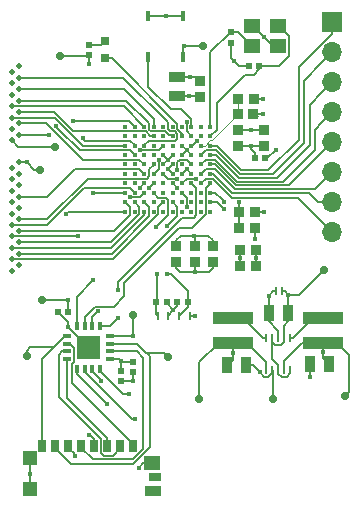
<source format=gbr>
G04 #@! TF.GenerationSoftware,KiCad,Pcbnew,(5.1.0)-1*
G04 #@! TF.CreationDate,2019-04-11T15:43:47-07:00*
G04 #@! TF.ProjectId,MiniScope_V4,4d696e69-5363-46f7-9065-5f56342e6b69,rev?*
G04 #@! TF.SameCoordinates,Original*
G04 #@! TF.FileFunction,Copper,L1,Top*
G04 #@! TF.FilePolarity,Positive*
%FSLAX46Y46*%
G04 Gerber Fmt 4.6, Leading zero omitted, Abs format (unit mm)*
G04 Created by KiCad (PCBNEW (5.1.0)-1) date 2019-04-11 15:43:47*
%MOMM*%
%LPD*%
G04 APERTURE LIST*
%ADD10R,0.870000X0.810000*%
%ADD11R,0.810000X0.870000*%
%ADD12R,0.890000X0.920000*%
%ADD13C,0.700000*%
%ADD14C,0.370000*%
%ADD15O,1.700000X1.700000*%
%ADD16R,1.700000X1.700000*%
%ADD17R,1.050000X1.050000*%
%ADD18R,0.740000X0.320000*%
%ADD19R,0.320000X0.740000*%
%ADD20R,1.400000X0.900000*%
%ADD21R,1.000000X0.700000*%
%ADD22R,1.450000X1.200000*%
%ADD23R,0.700000X1.000000*%
%ADD24R,1.150000X1.200000*%
%ADD25R,3.400000X1.000000*%
%ADD26R,0.580000X0.630000*%
%ADD27C,0.508000*%
%ADD28R,0.260000X0.660000*%
%ADD29R,0.370000X0.810000*%
%ADD30R,0.490000X0.560000*%
%ADD31R,0.560000X0.490000*%
%ADD32R,0.250000X0.750000*%
%ADD33R,0.710000X0.770000*%
%ADD34R,1.400000X1.200000*%
%ADD35R,0.630000X0.580000*%
%ADD36R,0.930000X1.320000*%
%ADD37R,1.320000X0.930000*%
%ADD38C,0.450000*%
%ADD39C,0.152400*%
%ADD40C,0.088900*%
G04 APERTURE END LIST*
D10*
X147070399Y-102418041D03*
X147070399Y-101058041D03*
D11*
X148390440Y-98460560D03*
X147030440Y-98460560D03*
D12*
X148351240Y-99776280D03*
X147021240Y-99776280D03*
D13*
X141173200Y-120319800D03*
X144094200Y-94005400D03*
X132003800Y-94792800D03*
X131572000Y-102514400D03*
X130327400Y-104470200D03*
X143764000Y-123901200D03*
X156133800Y-123596400D03*
X150063200Y-123901200D03*
X154355800Y-112928400D03*
X129159000Y-120269000D03*
X138150600Y-116738400D03*
X130429000Y-115519200D03*
D10*
X149280399Y-102418041D03*
X149280399Y-101058041D03*
D14*
X137522400Y-108019400D03*
X137522400Y-107219400D03*
X137522400Y-106419400D03*
X137522400Y-105619400D03*
X137522400Y-104819400D03*
X137522400Y-104019400D03*
X137522400Y-103219400D03*
X137522400Y-102419400D03*
X137522400Y-101619400D03*
X137522400Y-100819400D03*
X138322400Y-108019400D03*
X138322400Y-107219400D03*
X138322400Y-106419400D03*
X138322400Y-105619400D03*
X138322400Y-104819400D03*
X138322400Y-104019400D03*
X138322400Y-103219400D03*
X138322400Y-102419400D03*
X138322400Y-101619400D03*
X138322400Y-100819400D03*
X139122400Y-108019400D03*
X139122400Y-107219400D03*
X139122400Y-106419400D03*
X139122400Y-105619400D03*
X139122400Y-104819400D03*
X139122400Y-104019400D03*
X139122400Y-103219400D03*
X139122400Y-102419400D03*
X139122400Y-101619400D03*
X139122400Y-100819400D03*
X139922400Y-108019400D03*
X139922400Y-107219400D03*
X139922400Y-106419400D03*
X139922400Y-105619400D03*
X139922400Y-104819400D03*
X139922400Y-104019400D03*
X139922400Y-103219400D03*
X139922400Y-102419400D03*
X139922400Y-101619400D03*
X139922400Y-100819400D03*
X140722400Y-108019400D03*
X140722400Y-107219400D03*
X140722400Y-106419400D03*
X140722400Y-105619400D03*
X140722400Y-104819400D03*
X140722400Y-104019400D03*
X140722400Y-103219400D03*
X140722400Y-102419400D03*
X140722400Y-101619400D03*
X140722400Y-100819400D03*
X141522400Y-108019400D03*
X141522400Y-107219400D03*
X141522400Y-106419400D03*
X141522400Y-105619400D03*
X141522400Y-104819400D03*
X141522400Y-104019400D03*
X141522400Y-103219400D03*
X141522400Y-102419400D03*
X141522400Y-101619400D03*
X141522400Y-100819400D03*
X142322400Y-108019400D03*
X142322400Y-107219400D03*
X142322400Y-106419400D03*
X142322400Y-105619400D03*
X142322400Y-104819400D03*
X142322400Y-104019400D03*
X142322400Y-103219400D03*
X142322400Y-102419400D03*
X142322400Y-101619400D03*
X142322400Y-100819400D03*
X143122400Y-108019400D03*
X143122400Y-107219400D03*
X143122400Y-106419400D03*
X143122400Y-105619400D03*
X143122400Y-104819400D03*
X143122400Y-104019400D03*
X143122400Y-103219400D03*
X143122400Y-102419400D03*
X143122400Y-101619400D03*
X143122400Y-100819400D03*
X143922400Y-108019400D03*
X143922400Y-107219400D03*
X143922400Y-106419400D03*
X143922400Y-105619400D03*
X143922400Y-104819400D03*
X143922400Y-104019400D03*
X143922400Y-103219400D03*
X143922400Y-102419400D03*
X143922400Y-101619400D03*
X143922400Y-100819400D03*
X144722400Y-108019400D03*
X144722400Y-107219400D03*
X144722400Y-106419400D03*
X144722400Y-105619400D03*
X144722400Y-104819400D03*
X144722400Y-104019400D03*
X144722400Y-103219400D03*
X144722400Y-102419400D03*
X144722400Y-101619400D03*
X144722400Y-100819400D03*
D15*
X155041600Y-109753400D03*
X155041600Y-107213400D03*
X155041600Y-104673400D03*
X155041600Y-102133400D03*
X155041600Y-99593400D03*
X155041600Y-97053400D03*
X155041600Y-94513400D03*
D16*
X155041600Y-91973400D03*
D17*
X134866400Y-120002200D03*
X134866400Y-119052200D03*
X133916400Y-120002200D03*
X133916400Y-119052200D03*
D18*
X136186400Y-118552200D03*
X136186400Y-119202200D03*
X136186400Y-119852200D03*
X136186400Y-120502200D03*
D19*
X135366400Y-121322200D03*
X134716400Y-121322200D03*
X134066400Y-121322200D03*
X133416400Y-121322200D03*
D18*
X132596400Y-120502200D03*
X132596400Y-119852200D03*
X132596400Y-119202200D03*
X132596400Y-118552200D03*
D19*
X133416400Y-117732200D03*
X134066400Y-117732200D03*
X134716400Y-117732200D03*
X135366400Y-117732200D03*
D20*
X139840600Y-131628200D03*
D21*
X140040600Y-130478200D03*
D22*
X139815600Y-129328200D03*
D23*
X138190600Y-127838200D03*
X137090600Y-127838200D03*
X131590600Y-127838200D03*
X132690600Y-127838200D03*
X135990600Y-127838200D03*
X134890600Y-127838200D03*
X133790600Y-127838200D03*
X130490600Y-127838200D03*
D24*
X129415600Y-128888200D03*
X129415600Y-131478200D03*
D25*
X154279600Y-119153360D03*
X154279600Y-117053360D03*
D26*
X147962120Y-95676720D03*
X148852120Y-95676720D03*
D27*
X128498600Y-103835203D03*
X127889000Y-104317802D03*
X128498600Y-104800402D03*
X127889000Y-105283001D03*
X128498600Y-105765601D03*
X127889000Y-106248200D03*
X128498600Y-106730800D03*
X127889000Y-107213399D03*
X128498600Y-107695999D03*
X127889000Y-108178598D03*
X128498600Y-108661198D03*
X127889000Y-109143797D03*
X128498600Y-109626397D03*
X127889000Y-110108996D03*
X128498600Y-110591596D03*
X127889000Y-111074195D03*
X128498600Y-111556795D03*
X127889000Y-112039394D03*
X128498600Y-112521994D03*
X127889000Y-113004593D03*
X128498600Y-95707203D03*
X127889000Y-96189802D03*
X128498600Y-96672402D03*
X127889000Y-97155001D03*
X128498600Y-97637601D03*
X127889000Y-98120200D03*
X128498600Y-98602800D03*
X127889000Y-99085399D03*
X128498600Y-99567999D03*
X127889000Y-100050598D03*
X128498600Y-100533198D03*
X127889000Y-101015797D03*
X128498600Y-101498397D03*
X127889000Y-101980996D03*
D28*
X149469600Y-118730800D03*
X149969600Y-118730800D03*
X150469600Y-118730800D03*
X150969600Y-118730800D03*
X151469600Y-118730800D03*
X151469600Y-121400800D03*
X150969600Y-121400800D03*
X150469600Y-121400800D03*
X149969600Y-121400800D03*
X149469600Y-121400800D03*
D29*
X139444600Y-91483000D03*
X142444600Y-91483000D03*
X142444600Y-94953000D03*
X139444600Y-94953000D03*
D30*
X140110800Y-115671600D03*
X141020800Y-115671600D03*
X142804560Y-115671600D03*
X141894560Y-115671600D03*
D31*
X134467600Y-94788400D03*
X134467600Y-93878400D03*
D32*
X150271480Y-114752120D03*
X150789640Y-114752120D03*
X142961360Y-116824760D03*
X142046960Y-116819680D03*
X140299440Y-116834920D03*
X141122400Y-116824760D03*
D33*
X135788400Y-93580200D03*
X135788400Y-95040200D03*
D34*
X148226600Y-92266400D03*
X150426600Y-92266400D03*
X150426600Y-93966400D03*
X148226600Y-93966400D03*
D25*
X146613880Y-119122880D03*
X146613880Y-117022880D03*
D12*
X147167600Y-109397800D03*
X148497600Y-109397800D03*
D35*
X138176000Y-120738400D03*
X138176000Y-121628400D03*
X137185400Y-121475000D03*
X137185400Y-122365000D03*
D26*
X131797560Y-116499640D03*
X132687560Y-116499640D03*
D36*
X147769160Y-121025920D03*
X146129160Y-121025920D03*
X153132360Y-120929400D03*
X154772360Y-120929400D03*
X149693200Y-116555520D03*
X151333200Y-116555520D03*
D11*
X148595080Y-112603280D03*
X147235080Y-112603280D03*
D37*
X141859000Y-96581800D03*
X141859000Y-98221800D03*
D11*
X148595080Y-111282480D03*
X147235080Y-111282480D03*
D10*
X143840200Y-96938000D03*
X143840200Y-98298000D03*
D11*
X148502200Y-108077000D03*
X147142200Y-108077000D03*
D10*
X141838680Y-112257120D03*
X141838680Y-110897120D03*
X143388080Y-112287600D03*
X143388080Y-110927600D03*
X144912080Y-112262200D03*
X144912080Y-110902200D03*
D35*
X146461480Y-93708720D03*
X146461480Y-92818720D03*
D26*
X148500100Y-103479600D03*
X149390100Y-103479600D03*
D38*
X128498600Y-95707200D03*
X127889000Y-113004600D03*
X137185400Y-120650000D03*
X149271920Y-93211720D03*
X129415600Y-130187640D03*
X141005560Y-91485720D03*
X142722600Y-102819200D03*
X141137640Y-103606600D03*
X134482840Y-95478600D03*
X149693200Y-115142440D03*
X153136600Y-122016520D03*
X148918810Y-121621670D03*
X148595080Y-111963200D03*
X143383000Y-113106200D03*
X149204680Y-98480880D03*
X143408400Y-116814600D03*
X133248400Y-128663474D03*
X138658600Y-129692400D03*
X132664200Y-117805200D03*
X149301200Y-108077000D03*
X129175300Y-103835200D03*
X142965600Y-96581800D03*
X146735802Y-95250000D03*
X148191059Y-102418041D03*
X141935200Y-105232200D03*
X141935200Y-106019600D03*
X145897600Y-107162600D03*
X127889000Y-101015797D03*
X127889000Y-104317800D03*
X134482840Y-126918720D03*
X138170920Y-122367040D03*
X142448280Y-94020640D03*
X138170919Y-118516400D03*
X146613880Y-119959120D03*
X127889000Y-96189802D03*
X128498600Y-112522000D03*
X154279600Y-119928640D03*
X135463280Y-122321320D03*
X135168640Y-116443760D03*
X132684520Y-115529360D03*
X143377920Y-110042960D03*
X148176919Y-101058041D03*
X141122400Y-104419400D03*
X141922500Y-104457500D03*
X138747496Y-102806500D03*
X141579600Y-116306600D03*
X142722600Y-100380800D03*
X139522200Y-106019604D03*
X150241000Y-102781100D03*
X127889000Y-101981000D03*
X128498600Y-104800402D03*
X151333200Y-115092480D03*
X143510000Y-105219500D03*
X147142200Y-107213400D03*
X147235080Y-111961760D03*
X149204680Y-99766120D03*
X148513800Y-110312200D03*
X143550640Y-102001320D03*
X140335000Y-103632000D03*
X142722600Y-104419400D03*
X142951200Y-98221800D03*
X134823200Y-106420920D03*
X134823202Y-113807240D03*
X135976360Y-124338080D03*
X137922000Y-106807000D03*
X136890760Y-114635280D03*
X136885680Y-117053360D03*
X140167360Y-113294160D03*
X140131812Y-109296200D03*
X141030960Y-113314480D03*
X141020800Y-109245406D03*
X137820400Y-123489720D03*
X138734800Y-106019600D03*
X138367601Y-125603000D03*
X145872200Y-107817922D03*
X132472711Y-108180151D03*
X127889000Y-108178600D03*
X131631563Y-100763197D03*
X127889000Y-98120200D03*
X133519970Y-110093760D03*
X133913880Y-101798120D03*
X127889000Y-106248200D03*
X133070600Y-100304600D03*
X142722600Y-107619800D03*
X131089400Y-101498400D03*
D39*
X137185400Y-121475000D02*
X137185400Y-120650000D01*
D40*
X137273800Y-120738400D02*
X137185400Y-120650000D01*
D39*
X138176000Y-120738400D02*
X137273800Y-120738400D01*
D40*
X137037600Y-120502200D02*
X137185400Y-120650000D01*
D39*
X136186400Y-120502200D02*
X137037600Y-120502200D01*
X148326600Y-92266400D02*
X148226600Y-92266400D01*
X150026600Y-93966400D02*
X149271920Y-93211720D01*
X150426600Y-93966400D02*
X150026600Y-93966400D01*
X149271920Y-93211720D02*
X148326600Y-92266400D01*
X129415600Y-130789300D02*
X129415600Y-130187640D01*
X129415600Y-131478200D02*
X129415600Y-130789300D01*
X129415600Y-130187640D02*
X129415600Y-128888200D01*
D40*
X134467600Y-95463360D02*
X134482840Y-95478600D01*
D39*
X134467600Y-94788400D02*
X134467600Y-95463360D01*
D40*
X150459440Y-118720640D02*
X150469600Y-118730800D01*
D39*
X149693200Y-115806620D02*
X149693200Y-116555520D01*
D40*
X149693200Y-115116500D02*
X149693200Y-115142440D01*
D39*
X150057580Y-114752120D02*
X149693200Y-115116500D01*
X150271480Y-114752120D02*
X150057580Y-114752120D01*
X150469600Y-118311900D02*
X150469600Y-118730800D01*
X150469600Y-118080820D02*
X150469600Y-118311900D01*
X149693200Y-117304420D02*
X150469600Y-118080820D01*
X149693200Y-116555520D02*
X149693200Y-117304420D01*
X148323060Y-121025920D02*
X147769160Y-121025920D01*
X149693200Y-115142440D02*
X149693200Y-115806620D01*
X153132360Y-120929400D02*
X153132360Y-122012280D01*
D40*
X153132360Y-122012280D02*
X153136600Y-122016520D01*
D39*
X148918810Y-121621670D02*
X148323060Y-121025920D01*
D40*
X148595080Y-112079380D02*
X148595080Y-111963200D01*
D39*
X148595080Y-112603280D02*
X148595080Y-112079380D01*
X148595080Y-111963200D02*
X148595080Y-111282480D01*
X143403320Y-113085880D02*
X144582300Y-113085880D01*
X144582300Y-113085880D02*
X144912080Y-112756100D01*
X144912080Y-112756100D02*
X144912080Y-112262200D01*
D40*
X143388080Y-113070640D02*
X143403320Y-113085880D01*
D39*
X143388080Y-112287600D02*
X143388080Y-113070640D01*
X143403320Y-113085880D02*
X142173540Y-113085880D01*
X142173540Y-113085880D02*
X141838680Y-112751020D01*
X141838680Y-112751020D02*
X141838680Y-112257120D01*
D40*
X148701760Y-98638360D02*
X148722080Y-98658680D01*
D39*
X148390440Y-98460560D02*
X149184360Y-98460560D01*
X147070399Y-102418041D02*
X148191059Y-102418041D01*
X148203759Y-102418041D02*
X149280399Y-102418041D01*
X149267940Y-121970800D02*
X148918810Y-121621670D01*
X149643017Y-121970800D02*
X149267940Y-121970800D01*
X149969600Y-121400800D02*
X149969600Y-121644217D01*
X149969600Y-121644217D02*
X149643017Y-121970800D01*
X142961360Y-116824760D02*
X143398240Y-116824760D01*
X143398240Y-116824760D02*
X143408400Y-116814600D01*
X132690600Y-127838200D02*
X132690600Y-127988200D01*
X132690600Y-127988200D02*
X133248400Y-128546000D01*
D40*
X133248400Y-128546000D02*
X133248400Y-128663474D01*
D39*
X139815600Y-129328200D02*
X139022800Y-129328200D01*
X139022800Y-129328200D02*
X138658600Y-129692400D01*
X133916400Y-120002200D02*
X134866400Y-120002200D01*
X134866400Y-120002200D02*
X134866400Y-119052200D01*
X133916400Y-119052200D02*
X134866400Y-119052200D01*
X133916400Y-119052200D02*
X132669400Y-117805200D01*
X132669400Y-117805200D02*
X132664200Y-117805200D01*
X132664200Y-117487002D02*
X132664200Y-117805200D01*
X132664200Y-117391280D02*
X132664200Y-117487002D01*
X131797560Y-116524640D02*
X132664200Y-117391280D01*
X131797560Y-116499640D02*
X131797560Y-116524640D01*
X141135200Y-103606600D02*
X140722400Y-104019400D01*
X141137640Y-103606600D02*
X141135200Y-103606600D01*
X141137640Y-103604160D02*
X141522400Y-103219400D01*
X141137640Y-103606600D02*
X141137640Y-103604160D01*
X141109600Y-103606600D02*
X140722400Y-103219400D01*
X141137640Y-103606600D02*
X141109600Y-103606600D01*
X142722600Y-102819200D02*
X142322400Y-103219400D01*
X142722600Y-102819600D02*
X143122400Y-103219400D01*
X142722600Y-102819200D02*
X142722600Y-102819600D01*
X142322800Y-102419400D02*
X142722600Y-102819200D01*
X142322400Y-102419400D02*
X142322800Y-102419400D01*
X141002840Y-91483000D02*
X141005560Y-91485720D01*
X139444600Y-91483000D02*
X141002840Y-91483000D01*
X141008280Y-91483000D02*
X141005560Y-91485720D01*
X142444600Y-91483000D02*
X141008280Y-91483000D01*
X148502200Y-108077000D02*
X149301200Y-108077000D01*
X128498600Y-103835203D02*
X129175297Y-103835203D01*
X129175297Y-103835203D02*
X129175300Y-103835200D01*
X150063200Y-121494400D02*
X149969600Y-121400800D01*
X150063200Y-123901200D02*
X150063200Y-121494400D01*
X143484000Y-96581800D02*
X143840200Y-96938000D01*
X141859000Y-96581800D02*
X142965600Y-96581800D01*
X142965600Y-96581800D02*
X143484000Y-96581800D01*
X129810300Y-104470200D02*
X129175300Y-103835200D01*
X130327400Y-104470200D02*
X129810300Y-104470200D01*
X134463200Y-94792800D02*
X134467600Y-94788400D01*
X132003800Y-94792800D02*
X134463200Y-94792800D01*
X147962120Y-95676720D02*
X147162522Y-95676720D01*
X146960801Y-95474999D02*
X146735802Y-95250000D01*
X147162522Y-95676720D02*
X146960801Y-95474999D01*
X146461480Y-94975678D02*
X146510803Y-95025001D01*
X146510803Y-95025001D02*
X146735802Y-95250000D01*
X146461480Y-93708720D02*
X146461480Y-94975678D01*
X148203759Y-102715859D02*
X148203759Y-102418041D01*
X148500100Y-103012200D02*
X148203759Y-102715859D01*
X148500100Y-103479600D02*
X148500100Y-103012200D01*
D40*
X141909600Y-105232200D02*
X141935200Y-105232200D01*
D39*
X141135200Y-105232200D02*
X141935200Y-105232200D01*
X140722400Y-104819400D02*
X141135200Y-105232200D01*
X141535000Y-105619400D02*
X141935200Y-106019600D01*
X141522400Y-105619400D02*
X141535000Y-105619400D01*
X145154400Y-106419400D02*
X145672601Y-106937601D01*
X145672601Y-106937601D02*
X145897600Y-107162600D01*
X144722400Y-106419400D02*
X145154400Y-106419400D01*
D40*
X134560020Y-126918720D02*
X134482840Y-126918720D01*
D39*
X134890600Y-127838200D02*
X134890600Y-127249300D01*
X134890600Y-127249300D02*
X134560020Y-126918720D01*
X137185400Y-122365000D02*
X138168880Y-122365000D01*
D40*
X138168880Y-122365000D02*
X138170920Y-122367040D01*
X138176000Y-122361960D02*
X138170920Y-122367040D01*
D39*
X138176000Y-121628400D02*
X138176000Y-122361960D01*
D40*
X142444600Y-94024320D02*
X142448280Y-94020640D01*
D39*
X142444600Y-94953000D02*
X142444600Y-94024320D01*
X147813880Y-119122880D02*
X146613880Y-119122880D01*
X149469600Y-120778600D02*
X147813880Y-119122880D01*
X149469600Y-121400800D02*
X149469600Y-120778600D01*
X138135119Y-118552200D02*
X138170919Y-118516400D01*
X136186400Y-118552200D02*
X138135119Y-118552200D01*
X138150600Y-118496081D02*
X138170919Y-118516400D01*
X138150600Y-116738400D02*
X138150600Y-118496081D01*
X145413880Y-119122880D02*
X146613880Y-119122880D01*
X143764000Y-120772760D02*
X145413880Y-119122880D01*
X143764000Y-123901200D02*
X143764000Y-120772760D01*
X142463520Y-94005400D02*
X142448280Y-94020640D01*
X144094200Y-94005400D02*
X142463520Y-94005400D01*
X146613880Y-119959120D02*
X146613880Y-119122880D01*
X146613880Y-119959120D02*
X146613880Y-120541200D01*
X146613880Y-120541200D02*
X146129160Y-121025920D01*
X152490700Y-119153360D02*
X154279600Y-119153360D01*
X150969600Y-120674460D02*
X152490700Y-119153360D01*
X150969600Y-121400800D02*
X150969600Y-120674460D01*
X154279600Y-120436640D02*
X154772360Y-120929400D01*
X154279600Y-119153360D02*
X154279600Y-119928640D01*
X154279600Y-119928640D02*
X154279600Y-120436640D01*
D40*
X135463280Y-122279080D02*
X135463280Y-122321320D01*
D39*
X134716400Y-121322200D02*
X134716400Y-121532200D01*
X134716400Y-121532200D02*
X135463280Y-122279080D01*
X143377920Y-110042960D02*
X144546740Y-110042960D01*
X144546740Y-110042960D02*
X144912080Y-110408300D01*
X144912080Y-110408300D02*
X144912080Y-110902200D01*
D40*
X143388080Y-110053120D02*
X143377920Y-110042960D01*
D39*
X143388080Y-110927600D02*
X143388080Y-110053120D01*
X143377920Y-110042960D02*
X142198940Y-110042960D01*
X142198940Y-110042960D02*
X141838680Y-110403220D01*
X141838680Y-110403220D02*
X141838680Y-110897120D01*
X148176919Y-101058041D02*
X149280399Y-101058041D01*
X141020800Y-115671600D02*
X141020800Y-115747800D01*
X141020800Y-115747800D02*
X141579600Y-116306600D01*
X141579600Y-116367560D02*
X141122400Y-116824760D01*
X141579600Y-116306600D02*
X141579600Y-116367560D01*
X141894560Y-115991640D02*
X141579600Y-116306600D01*
X141894560Y-115671600D02*
X141894560Y-115991640D01*
X134716400Y-116896000D02*
X135168640Y-116443760D01*
X134716400Y-117732200D02*
X134716400Y-116896000D01*
X141122400Y-104419400D02*
X141522400Y-104819400D01*
X141122400Y-104419400D02*
X141522400Y-104019400D01*
X140335300Y-102806500D02*
X138747496Y-102806500D01*
X140722400Y-102419400D02*
X140335300Y-102806500D01*
X132687560Y-115532400D02*
X132684520Y-115529360D01*
X132687560Y-116499640D02*
X132687560Y-115532400D01*
X143122400Y-101619400D02*
X142722600Y-101219600D01*
X142722600Y-100698998D02*
X142722600Y-100380800D01*
X142722600Y-101219600D02*
X142722600Y-100698998D01*
X132674360Y-115519200D02*
X132684520Y-115529360D01*
X130429000Y-115519200D02*
X132674360Y-115519200D01*
X155479600Y-119153360D02*
X154279600Y-119153360D01*
X156483799Y-120157559D02*
X155479600Y-119153360D01*
X156483799Y-123246401D02*
X156483799Y-120157559D01*
X156133800Y-123596400D02*
X156483799Y-123246401D01*
X139522200Y-106019600D02*
X139522200Y-106019604D01*
X139922400Y-105619400D02*
X139522200Y-106019600D01*
X149542500Y-103479600D02*
X150241000Y-102781100D01*
X142937401Y-103834401D02*
X143122400Y-104019400D01*
X142711638Y-103608638D02*
X142937401Y-103834401D01*
X142141326Y-103608638D02*
X142711638Y-103608638D01*
X141922500Y-104457500D02*
X141922500Y-103827464D01*
X141922500Y-103827464D02*
X142141326Y-103608638D01*
X147070399Y-101058041D02*
X147641641Y-101058041D01*
X147594299Y-101058041D02*
X147641641Y-101058041D01*
X147641641Y-101058041D02*
X148176919Y-101058041D01*
D40*
X150977600Y-118722800D02*
X150969600Y-118730800D01*
D39*
X150969600Y-118311900D02*
X150969600Y-118730800D01*
X150969600Y-117668020D02*
X150969600Y-118311900D01*
X151333200Y-117304420D02*
X150969600Y-117668020D01*
X151333200Y-116555520D02*
X151333200Y-117304420D01*
X149969600Y-119149700D02*
X149969600Y-118730800D01*
X149969600Y-120481900D02*
X149969600Y-119149700D01*
X150469600Y-120981900D02*
X149969600Y-120481900D01*
X150469600Y-121400800D02*
X150469600Y-120981900D01*
X150469600Y-121716800D02*
X150469600Y-121400800D01*
X150749000Y-121996200D02*
X150469600Y-121716800D01*
X151180800Y-121996200D02*
X150749000Y-121996200D01*
X151469600Y-121400800D02*
X151469600Y-121707400D01*
X151469600Y-121707400D02*
X151180800Y-121996200D01*
X151333200Y-115806620D02*
X151333200Y-116555520D01*
X151333200Y-115092480D02*
X151333200Y-115806620D01*
D40*
X151333200Y-115081780D02*
X151333200Y-115092480D01*
D39*
X151003540Y-114752120D02*
X151333200Y-115081780D01*
X150789640Y-114752120D02*
X151003540Y-114752120D01*
X152191720Y-115092480D02*
X154355800Y-112928400D01*
X151333200Y-115092480D02*
X152191720Y-115092480D01*
X128422400Y-102514400D02*
X127889000Y-101981000D01*
X131572000Y-102514400D02*
X128422400Y-102514400D01*
X149969600Y-119032400D02*
X149969600Y-118730800D01*
X150229735Y-119292535D02*
X149969600Y-119032400D01*
X150709465Y-119292535D02*
X150229735Y-119292535D01*
X150969600Y-118730800D02*
X150969600Y-119032400D01*
X150969600Y-119032400D02*
X150709465Y-119292535D01*
X150526600Y-92266400D02*
X150426600Y-92266400D01*
X151384000Y-93123800D02*
X150526600Y-92266400D01*
X151384000Y-94818200D02*
X151384000Y-93123800D01*
X148852120Y-95676720D02*
X150525480Y-95676720D01*
X150525480Y-95676720D02*
X151384000Y-94818200D01*
X148852120Y-95965780D02*
X148852120Y-95676720D01*
X148386800Y-96431100D02*
X148852120Y-95965780D01*
X147617918Y-96431100D02*
X148386800Y-96431100D01*
X145275300Y-98773718D02*
X147617918Y-96431100D01*
X144722400Y-101619400D02*
X145275300Y-101066500D01*
X145275300Y-101066500D02*
X145275300Y-98773718D01*
D40*
X146436480Y-92818720D02*
X146461480Y-92818720D01*
D39*
X144722400Y-100819400D02*
X144722400Y-94532800D01*
X144722400Y-94532800D02*
X146436480Y-92818720D01*
X147437700Y-93177500D02*
X148226600Y-93966400D01*
X146461480Y-92818720D02*
X147078920Y-92818720D01*
X147078920Y-92818720D02*
X147437700Y-93177500D01*
D40*
X147030440Y-98984460D02*
X147030440Y-98460560D01*
X147030440Y-99782080D02*
X147030440Y-98984460D01*
X144874769Y-101937751D02*
X147030440Y-99782080D01*
X144732889Y-101937751D02*
X144874769Y-101937751D01*
X144251240Y-102419400D02*
X144732889Y-101937751D01*
X143922400Y-102419400D02*
X144251240Y-102419400D01*
D39*
X142722300Y-105219500D02*
X143510000Y-105219500D01*
X142322400Y-105619400D02*
X142722300Y-105219500D01*
X147167600Y-108102400D02*
X147142200Y-108077000D01*
X147167600Y-109397800D02*
X147167600Y-108102400D01*
X147142200Y-108077000D02*
X147142200Y-107213400D01*
D40*
X147235080Y-112079380D02*
X147235080Y-111961760D01*
D39*
X147235080Y-112603280D02*
X147235080Y-112079380D01*
X147235080Y-111961760D02*
X147235080Y-111282480D01*
X142722400Y-104419400D02*
X142322400Y-104819400D01*
X142722600Y-104419400D02*
X142722400Y-104419400D01*
X142722600Y-104419600D02*
X143122400Y-104819400D01*
X142722600Y-104419400D02*
X142722600Y-104419600D01*
X140335000Y-104406800D02*
X139922400Y-104819400D01*
X140335000Y-103632000D02*
X140335000Y-104406800D01*
X143132560Y-102419400D02*
X143550640Y-102001320D01*
X143122400Y-102419400D02*
X143132560Y-102419400D01*
X148711920Y-99954080D02*
X148722080Y-99943920D01*
X148351240Y-99776280D02*
X149194520Y-99776280D01*
X148513800Y-109414000D02*
X148497600Y-109397800D01*
X148513800Y-110312200D02*
X148513800Y-109414000D01*
X143764000Y-98221800D02*
X143840200Y-98298000D01*
X141859000Y-98221800D02*
X142951200Y-98221800D01*
X142951200Y-98221800D02*
X142951200Y-98221800D01*
X142951200Y-98221800D02*
X143764000Y-98221800D01*
X138190600Y-127688200D02*
X138190600Y-127838200D01*
X132806400Y-119202200D02*
X133186954Y-119582754D01*
X133186954Y-119582754D02*
X133186954Y-120731646D01*
X133186954Y-120731646D02*
X133004489Y-120914111D01*
X132596400Y-119202200D02*
X132806400Y-119202200D01*
X133004489Y-120914111D02*
X133004489Y-122502089D01*
X133004489Y-122502089D02*
X138190600Y-127688200D01*
X137090600Y-128049092D02*
X137090600Y-127838200D01*
X135707018Y-128701800D02*
X136437892Y-128701800D01*
X132179300Y-119852200D02*
X131914900Y-120116600D01*
X136437892Y-128701800D02*
X137090600Y-128049092D01*
X131914900Y-120116600D02*
X131914900Y-123715318D01*
X131914900Y-123715318D02*
X135426528Y-127226946D01*
X135426528Y-127226946D02*
X135426528Y-128421310D01*
X132596400Y-119852200D02*
X132179300Y-119852200D01*
X135426528Y-128421310D02*
X135707018Y-128701800D01*
X131590600Y-127988200D02*
X131590600Y-127838200D01*
X136186400Y-119202200D02*
X138544300Y-119202200D01*
X139573000Y-120230900D02*
X139573000Y-127944245D01*
X139573000Y-127944245D02*
X138155045Y-129362200D01*
X138155045Y-129362200D02*
X132964600Y-129362200D01*
X132964600Y-129362200D02*
X131590600Y-127988200D01*
X139311901Y-119969801D02*
X138957050Y-119614950D01*
X140823201Y-119969801D02*
X139311901Y-119969801D01*
X141173200Y-120319800D02*
X140823201Y-119969801D01*
X138544300Y-119202200D02*
X138957050Y-119614950D01*
X138957050Y-119614950D02*
X139573000Y-120230900D01*
X135990600Y-127185800D02*
X135990600Y-127838200D01*
X132596400Y-120502200D02*
X132596400Y-123791600D01*
X132596400Y-123791600D02*
X135990600Y-127185800D01*
X138483100Y-119852200D02*
X139026900Y-120396000D01*
X136186400Y-119852200D02*
X138483100Y-119852200D01*
X139026900Y-120396000D02*
X139026900Y-128149082D01*
X139026900Y-128149082D02*
X138194782Y-128981200D01*
X133790600Y-127988200D02*
X133790600Y-127838200D01*
X138194782Y-128981200D02*
X134783600Y-128981200D01*
X134783600Y-128981200D02*
X133790600Y-127988200D01*
X130490600Y-127185800D02*
X130490600Y-127838200D01*
X130490600Y-120448000D02*
X130490600Y-127185800D01*
X132596400Y-118552200D02*
X132386400Y-118552200D01*
X129445426Y-119487600D02*
X131451000Y-119487600D01*
X129159000Y-119774026D02*
X129445426Y-119487600D01*
X129159000Y-120269000D02*
X129159000Y-119774026D01*
X132386400Y-118552200D02*
X131451000Y-119487600D01*
X131451000Y-119487600D02*
X130490600Y-120448000D01*
X153429440Y-117053360D02*
X154279600Y-117053360D01*
X151752000Y-118730800D02*
X153429440Y-117053360D01*
X151469600Y-118730800D02*
X151752000Y-118730800D01*
X147479280Y-117022880D02*
X146613880Y-117022880D01*
X149187200Y-118730800D02*
X147479280Y-117022880D01*
X149469600Y-118730800D02*
X149187200Y-118730800D01*
X133416400Y-115214042D02*
X134823202Y-113807240D01*
X133416400Y-117732200D02*
X133416400Y-115214042D01*
X134824720Y-106419400D02*
X134823200Y-106420920D01*
X137522400Y-106419400D02*
X134824720Y-106419400D01*
X133416400Y-121778120D02*
X133416400Y-121322200D01*
X135976360Y-124338080D02*
X133416400Y-121778120D01*
X138734800Y-106807000D02*
X139122400Y-106419400D01*
X137922000Y-106807000D02*
X138734800Y-106807000D01*
X136366000Y-95040200D02*
X135788400Y-95040200D01*
X141927920Y-100602120D02*
X136366000Y-95040200D01*
X141927920Y-101033920D02*
X141927920Y-100602120D01*
X142322400Y-101619400D02*
X142322400Y-101428400D01*
X142322400Y-101428400D02*
X141927920Y-101033920D01*
X135366400Y-117732200D02*
X136206840Y-117732200D01*
X136206840Y-117732200D02*
X136885680Y-117053360D01*
X136890760Y-114317082D02*
X136890760Y-114635280D01*
X143512173Y-106009173D02*
X143512173Y-108332065D01*
X143122400Y-105619400D02*
X143512173Y-106009173D01*
X143512173Y-108332065D02*
X143310038Y-108534200D01*
X143310038Y-108534200D02*
X142360150Y-108534200D01*
X142360150Y-108534200D02*
X136890760Y-114003590D01*
X136890760Y-114003590D02*
X136890760Y-114317082D01*
X139444600Y-95510400D02*
X139444600Y-94953000D01*
X139444600Y-97433000D02*
X139444600Y-95510400D01*
X141351000Y-99339400D02*
X139444600Y-97433000D01*
X142258550Y-99339400D02*
X141351000Y-99339400D01*
X143122400Y-100819400D02*
X143122400Y-100203250D01*
X143122400Y-100203250D02*
X142258550Y-99339400D01*
X134066400Y-116968650D02*
X134066400Y-117209800D01*
X134981391Y-116053659D02*
X134066400Y-116968650D01*
X134066400Y-117209800D02*
X134066400Y-117732200D01*
X136523941Y-116053659D02*
X134981391Y-116053659D01*
X137450268Y-114047832D02*
X137450268Y-115127332D01*
X144722400Y-105632700D02*
X144335102Y-106019998D01*
X144722400Y-105619400D02*
X144722400Y-105632700D01*
X144335102Y-106019998D02*
X144335102Y-108242498D01*
X137450268Y-115127332D02*
X136523941Y-116053659D01*
X144335102Y-108242498D02*
X143175779Y-109401821D01*
X143175779Y-109401821D02*
X142096279Y-109401821D01*
X142096279Y-109401821D02*
X137450268Y-114047832D01*
D40*
X140167360Y-115701400D02*
X140166680Y-115702080D01*
D39*
X140167360Y-115615040D02*
X140110800Y-115671600D01*
X140167360Y-113294160D02*
X140167360Y-115615040D01*
X140110800Y-116646280D02*
X140299440Y-116834920D01*
X140110800Y-115671600D02*
X140110800Y-116646280D01*
X140356811Y-109071201D02*
X140131812Y-109296200D01*
X141137024Y-108290988D02*
X140356811Y-109071201D01*
X141137024Y-107016076D02*
X141137024Y-108290988D01*
X140944048Y-106823100D02*
X141137024Y-107016076D01*
X139922400Y-106419400D02*
X140326100Y-106823100D01*
X140326100Y-106823100D02*
X140944048Y-106823100D01*
D40*
X142804560Y-115636600D02*
X142804560Y-115671600D01*
D39*
X142804560Y-115239200D02*
X142804560Y-115671600D01*
X142804560Y-114769882D02*
X142804560Y-115239200D01*
X141349158Y-113314480D02*
X142804560Y-114769882D01*
X141030960Y-113314480D02*
X141349158Y-113314480D01*
X142804560Y-116062080D02*
X142046960Y-116819680D01*
X142804560Y-115671600D02*
X142804560Y-116062080D01*
X141919816Y-108346390D02*
X141245799Y-109020407D01*
X141919816Y-107616816D02*
X141919816Y-108346390D01*
X141245799Y-109020407D02*
X141020800Y-109245406D01*
X141522400Y-107219400D02*
X141919816Y-107616816D01*
X135490200Y-93878400D02*
X135788400Y-93580200D01*
X134467600Y-93878400D02*
X135490200Y-93878400D01*
X135366400Y-121532200D02*
X135366400Y-121322200D01*
X137323920Y-123489720D02*
X135366400Y-121532200D01*
X137820400Y-123489720D02*
X137323920Y-123489720D01*
X139122400Y-105619400D02*
X138734800Y-106007000D01*
X138734800Y-106007000D02*
X138734800Y-106019600D01*
X138049403Y-125603000D02*
X134066400Y-121619997D01*
X134066400Y-121619997D02*
X134066400Y-121322200D01*
X145273678Y-107219400D02*
X145872200Y-107817922D01*
X144722400Y-107219400D02*
X145273678Y-107219400D01*
X138049403Y-125603000D02*
X138367601Y-125603000D01*
X132633462Y-108019400D02*
X132472711Y-108180151D01*
X137522400Y-108019400D02*
X132633462Y-108019400D01*
X130911600Y-109626397D02*
X128498600Y-109626397D01*
X136545534Y-109626397D02*
X130911600Y-109626397D01*
X137914511Y-108257420D02*
X136545534Y-109626397D01*
X137522400Y-107219400D02*
X137914511Y-107611511D01*
X137914511Y-107611511D02*
X137914511Y-108257420D01*
X130225800Y-100050598D02*
X127889000Y-100050598D01*
X131589008Y-100050598D02*
X130225800Y-100050598D01*
X137522400Y-102419400D02*
X133957810Y-102419400D01*
X133957810Y-102419400D02*
X131589008Y-100050598D01*
X130911600Y-110591596D02*
X128498600Y-110591596D01*
X136337023Y-110591596D02*
X130911600Y-110591596D01*
X138716374Y-108212245D02*
X136337023Y-110591596D01*
X138322400Y-107219400D02*
X138716374Y-107613374D01*
X138716374Y-107613374D02*
X138716374Y-108212245D01*
X128193797Y-109143797D02*
X127889000Y-109143797D01*
X130931715Y-109143797D02*
X128193797Y-109143797D01*
X134055912Y-106019600D02*
X130931715Y-109143797D01*
X138322400Y-106419400D02*
X137922600Y-106019600D01*
X137922600Y-106019600D02*
X134055912Y-106019600D01*
X131856562Y-100988196D02*
X131631563Y-100763197D01*
X133680160Y-102811794D02*
X131856562Y-100988196D01*
X138322400Y-103219400D02*
X137914794Y-102811794D01*
X137914794Y-102811794D02*
X133680160Y-102811794D01*
X128248210Y-110108996D02*
X127889000Y-110108996D01*
X133519970Y-110093760D02*
X133504734Y-110108996D01*
X133504734Y-110108996D02*
X128248210Y-110108996D01*
X134138879Y-102023119D02*
X133913880Y-101798120D01*
X137934400Y-102023119D02*
X134138879Y-102023119D01*
X138322400Y-102419400D02*
X138322400Y-102411119D01*
X138322400Y-102411119D02*
X137934400Y-102023119D01*
X137807600Y-100304600D02*
X133070600Y-100304600D01*
X138322400Y-100819400D02*
X137807600Y-100304600D01*
X130302000Y-111074195D02*
X127889000Y-111074195D01*
X136321805Y-111074195D02*
X130302000Y-111074195D01*
X139122400Y-108019400D02*
X139122400Y-108273600D01*
X139122400Y-108273600D02*
X136321805Y-111074195D01*
X130911600Y-111556795D02*
X128498600Y-111556795D01*
X136372605Y-111556795D02*
X130911600Y-111556795D01*
X139514474Y-108414926D02*
X136372605Y-111556795D01*
X139122400Y-107219400D02*
X139514474Y-107611474D01*
X139514474Y-107611474D02*
X139514474Y-108414926D01*
X138714757Y-104411757D02*
X139122400Y-104819400D01*
X133230643Y-104411757D02*
X138714757Y-104411757D01*
X128498600Y-106730800D02*
X130911600Y-106730800D01*
X130911600Y-106730800D02*
X133230643Y-104411757D01*
X130835400Y-100533198D02*
X128498600Y-100533198D01*
X133923389Y-103621187D02*
X130835400Y-100533198D01*
X138712386Y-103621187D02*
X133923389Y-103621187D01*
X139122400Y-104019400D02*
X139110599Y-104019400D01*
X139110599Y-104019400D02*
X138712386Y-103621187D01*
X137357582Y-96672402D02*
X130835400Y-96672402D01*
X130835400Y-96672402D02*
X128498600Y-96672402D01*
X141126457Y-100441277D02*
X137357582Y-96672402D01*
X141126457Y-101014837D02*
X141126457Y-100441277D01*
X141742752Y-101221804D02*
X141333424Y-101221804D01*
X139122400Y-102397994D02*
X139509937Y-102010457D01*
X139122400Y-102419400D02*
X139122400Y-102397994D01*
X139509937Y-102010457D02*
X141749291Y-102010457D01*
X141749291Y-102010457D02*
X141923824Y-101835924D01*
X141923824Y-101835924D02*
X141923824Y-101402876D01*
X141333424Y-101221804D02*
X141126457Y-101014837D01*
X141923824Y-101402876D02*
X141742752Y-101221804D01*
X130835400Y-98602800D02*
X128498600Y-98602800D01*
X137579100Y-98602800D02*
X130835400Y-98602800D01*
X139516473Y-100540173D02*
X137579100Y-98602800D01*
X141413609Y-101510609D02*
X141210809Y-101510609D01*
X141522400Y-101619400D02*
X141413609Y-101510609D01*
X140919826Y-101219626D02*
X139664618Y-101219626D01*
X141210809Y-101510609D02*
X140919826Y-101219626D01*
X139664618Y-101219626D02*
X139516473Y-101071481D01*
X139516473Y-101071481D02*
X139516473Y-100540173D01*
X139922400Y-104029958D02*
X139528053Y-104424305D01*
X139922400Y-104019400D02*
X139922400Y-104029958D01*
X139528053Y-104424305D02*
X139528053Y-105032919D01*
X130911600Y-108661198D02*
X128498600Y-108661198D01*
X139528053Y-105032919D02*
X139336685Y-105224287D01*
X139336685Y-105224287D02*
X134348511Y-105224287D01*
X134348511Y-105224287D02*
X130911600Y-108661198D01*
X130835400Y-99567999D02*
X128498600Y-99567999D01*
X131447671Y-99567999D02*
X130835400Y-99567999D01*
X133097119Y-101217447D02*
X131447671Y-99567999D01*
X139238597Y-101217447D02*
X133097119Y-101217447D01*
X139922400Y-101619400D02*
X139640550Y-101619400D01*
X139640550Y-101619400D02*
X139238597Y-101217447D01*
X128857810Y-97637601D02*
X128498600Y-97637601D01*
X137426701Y-97637601D02*
X128857810Y-97637601D01*
X139922400Y-100819400D02*
X139922400Y-100133300D01*
X139922400Y-100133300D02*
X137426701Y-97637601D01*
X128248210Y-112039394D02*
X127889000Y-112039394D01*
X136492952Y-112039394D02*
X128248210Y-112039394D01*
X140323867Y-108208479D02*
X136492952Y-112039394D01*
X140722400Y-107219400D02*
X140323867Y-107617933D01*
X140323867Y-107617933D02*
X140323867Y-108208479D01*
X131089397Y-101498397D02*
X131089400Y-101498400D01*
X128498600Y-101498397D02*
X131089397Y-101498397D01*
X142722600Y-106819600D02*
X142722600Y-107619800D01*
X142322400Y-106419400D02*
X142722600Y-106819600D01*
X137388399Y-99085399D02*
X130225800Y-99085399D01*
X139122400Y-100819400D02*
X137388399Y-99085399D01*
X130225800Y-99085399D02*
X127889000Y-99085399D01*
X154191601Y-108903401D02*
X155041600Y-109753400D01*
X152111499Y-106823299D02*
X154191601Y-108903401D01*
X146526156Y-106823299D02*
X152111499Y-106823299D01*
X144920870Y-105218013D02*
X146526156Y-106823299D01*
X143922400Y-105619400D02*
X144323787Y-105218013D01*
X144323787Y-105218013D02*
X144920870Y-105218013D01*
X153839519Y-107213400D02*
X155041600Y-107213400D01*
X153039419Y-106413300D02*
X153839519Y-107213400D01*
X146570700Y-106413300D02*
X153039419Y-106413300D01*
X144722400Y-104819400D02*
X144976800Y-104819400D01*
X144976800Y-104819400D02*
X146570700Y-106413300D01*
X154191601Y-105523399D02*
X155041600Y-104673400D01*
X153619200Y-106095800D02*
X154191601Y-105523399D01*
X146786376Y-106095800D02*
X153619200Y-106095800D01*
X145111745Y-104421169D02*
X146786376Y-106095800D01*
X143922400Y-104819400D02*
X144320631Y-104421169D01*
X144320631Y-104421169D02*
X145111745Y-104421169D01*
X154191601Y-102983399D02*
X155041600Y-102133400D01*
X151396700Y-105778300D02*
X154191601Y-102983399D01*
X146888200Y-105778300D02*
X151396700Y-105778300D01*
X144722400Y-104019400D02*
X145129300Y-104019400D01*
X145129300Y-104019400D02*
X146888200Y-105778300D01*
X154191601Y-100443399D02*
X155041600Y-99593400D01*
X153543001Y-101091999D02*
X154191601Y-100443399D01*
X143922400Y-104019400D02*
X144323750Y-103618050D01*
X145134350Y-103618050D02*
X146977100Y-105460800D01*
X146977100Y-105460800D02*
X150888700Y-105460800D01*
X144323750Y-103618050D02*
X145134350Y-103618050D01*
X150888700Y-105460800D02*
X153543001Y-102806499D01*
X153543001Y-102806499D02*
X153543001Y-101091999D01*
X154191601Y-97903399D02*
X155041600Y-97053400D01*
X145183476Y-103219400D02*
X147120086Y-105156010D01*
X144722400Y-103219400D02*
X145183476Y-103219400D01*
X147120086Y-105156010D02*
X150355290Y-105156010D01*
X150355290Y-105156010D02*
X153136600Y-102374700D01*
X153136600Y-102374700D02*
X153136600Y-98958400D01*
X153136600Y-98958400D02*
X154191601Y-97903399D01*
X152641300Y-102158800D02*
X152641300Y-96913700D01*
X149999700Y-104800400D02*
X152641300Y-102158800D01*
X147218400Y-104800400D02*
X149999700Y-104800400D01*
X145229794Y-102811794D02*
X147218400Y-104800400D01*
X154191601Y-95363399D02*
X155041600Y-94513400D01*
X144330006Y-102811794D02*
X145229794Y-102811794D01*
X152641300Y-96913700D02*
X154191601Y-95363399D01*
X143922400Y-103219400D02*
X144330006Y-102811794D01*
X145243800Y-102419400D02*
X147307300Y-104482900D01*
X147307300Y-104482900D02*
X149631448Y-104482900D01*
X152209490Y-95807910D02*
X155041600Y-92975800D01*
X144722400Y-102419400D02*
X145243800Y-102419400D01*
X152209490Y-101904858D02*
X152209490Y-95807910D01*
X149631448Y-104482900D02*
X152209490Y-101904858D01*
X155041600Y-92975800D02*
X155041600Y-91973400D01*
M02*

</source>
